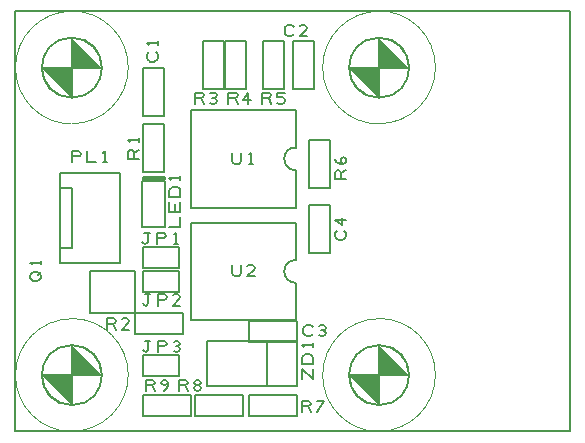
<source format=gbr>
%FSLAX23Y23*%
%MOIN*%
G04 EasyPC Gerber Version 18.0.1 Build 3581 *
%ADD108C,0.00100*%
%ADD12C,0.00500*%
%ADD10C,0.00800*%
%ADD81C,0.01575*%
X0Y0D02*
D02*
D10*
X580Y486D02*
G75*
G03X680Y386I100D01*
G01*
Y486*
X580*
G36*
G75*
G03X680Y386I100*
G01*
Y486*
X580*
G37*
Y1511D02*
G75*
G03X680Y1411I100D01*
G01*
Y1511*
X580*
G36*
G75*
G03X680Y1411I100*
G01*
Y1511*
X580*
G37*
X679Y1111D02*
X641D01*
Y911*
X679*
Y1111*
X680Y586D02*
G75*
G03Y386J-100D01*
G01*
G75*
G03Y586J100*
G01*
Y1611D02*
G75*
G03Y1411J-100D01*
G01*
G75*
G03Y1611J100*
G01*
X741Y694D02*
X891D01*
Y834*
X741*
Y695*
X780Y486D02*
G75*
G03X680Y586I-100D01*
G01*
Y486*
X780*
G36*
G75*
G03X680Y586I-100*
G01*
Y486*
X780*
G37*
Y1511D02*
G75*
G03X680Y1611I-100D01*
G01*
Y1511*
X780*
G36*
G75*
G03X680Y1611I-100*
G01*
Y1511*
X780*
G37*
X841Y861D02*
Y1161D01*
X641*
Y861*
X841*
X891Y624D02*
X1051D01*
Y694*
X891*
Y624*
X916Y349D02*
X1076D01*
Y419*
X916*
Y349*
Y484D02*
X1036D01*
Y554*
X916*
Y484*
Y764D02*
X1036D01*
Y834*
X916*
Y764*
Y844D02*
X1036D01*
Y914*
X916*
Y844*
Y1324D02*
Y1164D01*
X986*
Y1324*
X916*
X986Y1351D02*
Y1511D01*
X916*
Y1351*
X986*
X989Y979D02*
Y1134D01*
X914*
Y979*
X989*
X1076Y669D02*
X1426D01*
Y794*
G75*
G02Y869I0J38*
G01*
Y994*
X1076*
Y669*
Y1044D02*
X1426D01*
Y1169*
G75*
G02Y1244I0J38*
G01*
Y1369*
X1076*
Y1044*
X1091Y349D02*
X1251D01*
Y419*
X1091*
Y349*
X1131Y449D02*
X1431D01*
Y599*
X1131*
Y449*
X1186Y1439D02*
Y1599D01*
X1116*
Y1439*
X1186*
X1261D02*
Y1599D01*
X1191*
Y1439*
X1261*
X1271Y349D02*
X1431D01*
Y419*
X1271*
Y349*
Y596D02*
X1431D01*
Y666*
X1271*
Y596*
X1331Y599D02*
Y449D01*
X1386Y1439D02*
Y1599D01*
X1316*
Y1439*
X1386*
X1416Y1599D02*
Y1439D01*
X1486*
Y1599*
X1416*
X1469Y1054D02*
Y894D01*
X1539*
Y1054*
X1469*
Y1269D02*
Y1109D01*
X1539*
Y1269*
X1469*
X1604Y486D02*
G75*
G03X1704Y386I100D01*
G01*
Y486*
X1604*
G36*
G75*
G03X1704Y386I100*
G01*
Y486*
X1604*
G37*
Y1511D02*
G75*
G03X1704Y1411I100D01*
G01*
Y1511*
X1604*
G36*
G75*
G03X1704Y1411I100*
G01*
Y1511*
X1604*
G37*
X1704Y586D02*
G75*
G03Y386J-100D01*
G01*
G75*
G03Y586J100*
G01*
Y1611D02*
G75*
G03Y1411J-100D01*
G01*
G75*
G03Y1611J100*
G01*
X1804Y486D02*
G75*
G03X1704Y586I-100D01*
G01*
Y486*
X1804*
G36*
G75*
G03X1704Y586I-100*
G01*
Y486*
X1804*
G37*
Y1511D02*
G75*
G03X1704Y1611I-100D01*
G01*
Y1511*
X1804*
G36*
G75*
G03X1704Y1611I-100*
G01*
Y1511*
X1804*
G37*
X2341Y299D02*
Y1699D01*
X491*
Y299*
X2341*
D02*
D12*
X565Y799D02*
X552D01*
X546Y802*
X543Y805*
X540Y811*
Y818*
X543Y824*
X546Y827*
X552Y830*
X565*
X571Y827*
X574Y824*
X577Y818*
Y811*
X574Y805*
X571Y802*
X565Y799*
X568Y821D02*
X577Y830D01*
Y855D02*
Y868D01*
Y861D02*
X540D01*
X546Y855*
X679Y1196D02*
Y1233D01*
X701*
X707Y1230*
X710Y1224*
X707Y1218*
X701Y1215*
X679*
X729Y1233D02*
Y1196D01*
X760*
X785D02*
X798D01*
X791D02*
Y1233D01*
X785Y1227*
X796Y638D02*
Y676D01*
X818*
X825Y673*
X828Y666*
X825Y660*
X818Y657*
X796*
X818D02*
X828Y638D01*
X871D02*
X846D01*
X868Y660*
X871Y666*
X868Y673*
X862Y676*
X853*
X846Y673*
X914Y930D02*
X917Y926D01*
X923Y923*
X930Y926*
X933Y930*
Y961*
X939*
X933D02*
X920D01*
X964Y923D02*
Y961D01*
X986*
X992Y958*
X995Y951*
X992Y945*
X986Y942*
X964*
X1020Y923D02*
X1033D01*
X1026D02*
Y961D01*
X1020Y955*
X905Y1206D02*
X867D01*
Y1228*
X870Y1235*
X876Y1238*
X883Y1235*
X886Y1228*
Y1206*
Y1228D02*
X905Y1238D01*
Y1263D02*
Y1275D01*
Y1269D02*
X867D01*
X873Y1263*
X916Y570D02*
X920Y566D01*
X926Y563*
X932Y566*
X935Y570*
Y601*
X941*
X935D02*
X923D01*
X966Y563D02*
Y601D01*
X988*
X995Y598*
X998Y591*
X995Y585*
X988Y582*
X966*
X1020Y566D02*
X1026Y563D01*
X1032*
X1038Y566*
X1041Y573*
X1038Y579*
X1032Y582*
X1026*
X1032D02*
X1038Y585D01*
X1041Y591*
X1038Y598*
X1032Y601*
X1026*
X1020Y598*
X916Y725D02*
X920Y721D01*
X926Y718*
X932Y721*
X935Y725*
Y756*
X941*
X935D02*
X923D01*
X966Y718D02*
Y756D01*
X988*
X995Y753*
X998Y746*
X995Y740*
X988Y737*
X966*
X1041Y718D02*
X1016D01*
X1038Y740*
X1041Y746*
X1038Y753*
X1032Y756*
X1023*
X1016Y753*
X926Y433D02*
Y471D01*
X948*
X955Y468*
X958Y461*
X955Y455*
X948Y452*
X926*
X948D02*
X958Y433D01*
X986D02*
X992Y436D01*
X998Y443*
X1001Y452*
Y461*
X998Y468*
X992Y471*
X986*
X980Y468*
X976Y461*
X980Y455*
X986Y452*
X992*
X998Y455*
X1001Y461*
X961Y1563D02*
X964Y1560D01*
X967Y1553*
Y1544*
X964Y1538*
X961Y1535*
X955Y1531*
X942*
X936Y1535*
X933Y1538*
X930Y1544*
Y1553*
X933Y1560*
X936Y1563*
X967Y1588D02*
Y1600D01*
Y1594D02*
X930D01*
X936Y1588*
X1036Y433D02*
Y471D01*
X1058*
X1065Y468*
X1068Y461*
X1065Y455*
X1058Y452*
X1036*
X1058D02*
X1068Y433D01*
X1096Y452D02*
X1102D01*
X1108Y455*
X1111Y461*
X1108Y468*
X1102Y471*
X1096*
X1090Y468*
X1086Y461*
X1090Y455*
X1096Y452*
X1090Y449*
X1086Y443*
X1090Y436*
X1096Y433*
X1102*
X1108Y436*
X1111Y443*
X1108Y449*
X1102Y452*
X1005Y981D02*
X1042D01*
Y1013*
Y1031D02*
X1005D01*
Y1063*
X1023Y1056D02*
Y1031D01*
X1042D02*
Y1063D01*
Y1081D02*
X1005D01*
Y1100*
X1008Y1106*
X1011Y1110*
X1017Y1113*
X1030*
X1036Y1110*
X1039Y1106*
X1042Y1100*
Y1081*
Y1138D02*
Y1150D01*
Y1144D02*
X1005D01*
X1011Y1138*
X1089Y1391D02*
Y1428D01*
X1111*
X1117Y1425*
X1120Y1419*
X1117Y1413*
X1111Y1410*
X1089*
X1111D02*
X1120Y1391D01*
X1142Y1394D02*
X1148Y1391D01*
X1155*
X1161Y1394*
X1164Y1400*
X1161Y1406*
X1155Y1410*
X1148*
X1155D02*
X1161Y1413D01*
X1164Y1419*
X1161Y1425*
X1155Y1428*
X1148*
X1142Y1425*
X1201Y1391D02*
Y1428D01*
X1223*
X1230Y1425*
X1233Y1419*
X1230Y1413*
X1223Y1410*
X1201*
X1223D02*
X1233Y1391D01*
X1267D02*
Y1428D01*
X1251Y1403*
X1276*
X1214Y853D02*
Y825D01*
X1217Y819*
X1223Y816*
X1236*
X1242Y819*
X1245Y825*
Y853*
X1289Y816D02*
X1264D01*
X1286Y838*
X1289Y844*
X1286Y850*
X1280Y853*
X1270*
X1264Y850*
X1214Y1228D02*
Y1200D01*
X1217Y1194*
X1223Y1191*
X1236*
X1242Y1194*
X1245Y1200*
Y1228*
X1270Y1191D02*
X1283D01*
X1276D02*
Y1228D01*
X1270Y1222*
X1314Y1391D02*
Y1428D01*
X1336*
X1342Y1425*
X1345Y1419*
X1342Y1413*
X1336Y1410*
X1314*
X1336D02*
X1345Y1391D01*
X1364Y1394D02*
X1370Y1391D01*
X1380*
X1386Y1394*
X1389Y1400*
Y1403*
X1386Y1410*
X1380Y1413*
X1364*
Y1428*
X1389*
X1420Y1622D02*
X1417Y1619D01*
X1411Y1616*
X1401*
X1395Y1619*
X1392Y1622*
X1389Y1628*
Y1641*
X1392Y1647*
X1395Y1650*
X1401Y1653*
X1411*
X1417Y1650*
X1420Y1647*
X1464Y1616D02*
X1439D01*
X1461Y1638*
X1464Y1644*
X1461Y1650*
X1455Y1653*
X1445*
X1439Y1650*
X1446Y363D02*
Y401D01*
X1468*
X1475Y398*
X1478Y391*
X1475Y385*
X1468Y382*
X1446*
X1468D02*
X1478Y363D01*
X1496D02*
X1521Y401D01*
X1496*
X1483Y622D02*
X1480Y619D01*
X1473Y616*
X1464*
X1458Y619*
X1455Y622*
X1451Y628*
Y641*
X1455Y647*
X1458Y650*
X1464Y653*
X1473*
X1480Y650*
X1483Y647*
X1505Y619D02*
X1511Y616D01*
X1517*
X1523Y619*
X1526Y625*
X1523Y631*
X1517Y635*
X1511*
X1517D02*
X1523Y638D01*
X1526Y644*
X1523Y650*
X1517Y653*
X1511*
X1505Y650*
X1447Y474D02*
Y505D01*
X1485Y474*
Y505*
Y524D02*
X1447D01*
Y543*
X1450Y549*
X1453Y552*
X1460Y555*
X1472*
X1478Y552*
X1481Y549*
X1485Y543*
Y524*
Y580D02*
Y593D01*
Y586D02*
X1447D01*
X1453Y580*
X1588Y968D02*
X1591Y965D01*
X1595Y958*
Y949*
X1591Y943*
X1588Y940*
X1582Y936*
X1570*
X1563Y940*
X1560Y943*
X1557Y949*
Y958*
X1560Y965*
X1563Y968*
X1595Y1002D02*
X1557D01*
X1582Y986*
Y1011*
X1595Y1139D02*
X1557D01*
Y1161*
X1560Y1167*
X1566Y1170*
X1573Y1167*
X1576Y1161*
Y1139*
Y1161D02*
X1595Y1170D01*
X1585Y1189D02*
X1579Y1192D01*
X1576Y1198*
Y1205*
X1579Y1211*
X1585Y1214*
X1591Y1211*
X1595Y1205*
Y1198*
X1591Y1192*
X1585Y1189*
X1576*
X1566Y1192*
X1560Y1198*
X1557Y1205*
D02*
D81*
X984Y1144D02*
X919D01*
D02*
D108*
X680Y674D02*
G75*
G03Y299J-188D01*
G01*
G75*
G03Y674J188*
G01*
Y1699D02*
G75*
G03Y1324J-188D01*
G01*
G75*
G03Y1699J188*
G01*
X1704Y674D02*
G75*
G03Y299J-188D01*
G01*
G75*
G03Y674J188*
G01*
Y1699D02*
G75*
G03Y1324J-188D01*
G01*
G75*
G03Y1699J188*
G01*
X0Y0D02*
M02*

</source>
